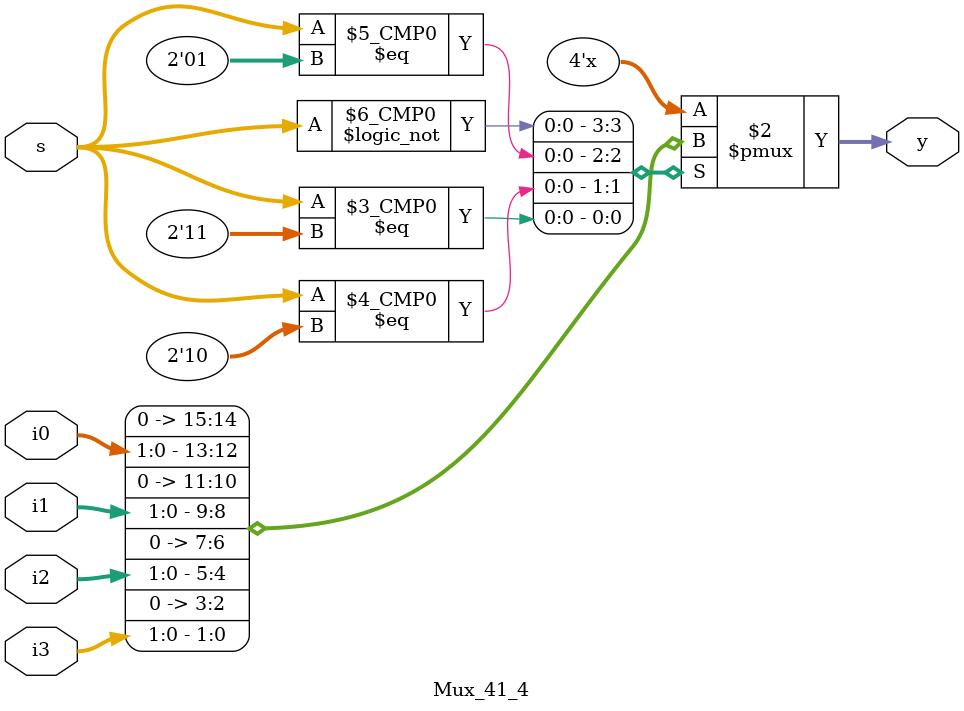
<source format=v>
`timescale 1ns / 1ps


module Mux_41_4(
    input [1:0] i0, i1, i2, i3,
    input [1:0] s,
    output reg [3:0] y
);

always @(*) begin
    case(s)
        2'b00: y = {2'b00, i0};
        2'b01: y = {2'b00, i1};
        2'b10: y = {2'b00, i2};
        2'b11: y = {2'b00, i3};
        default: y = 4'b0000;
    endcase
end

endmodule

</source>
